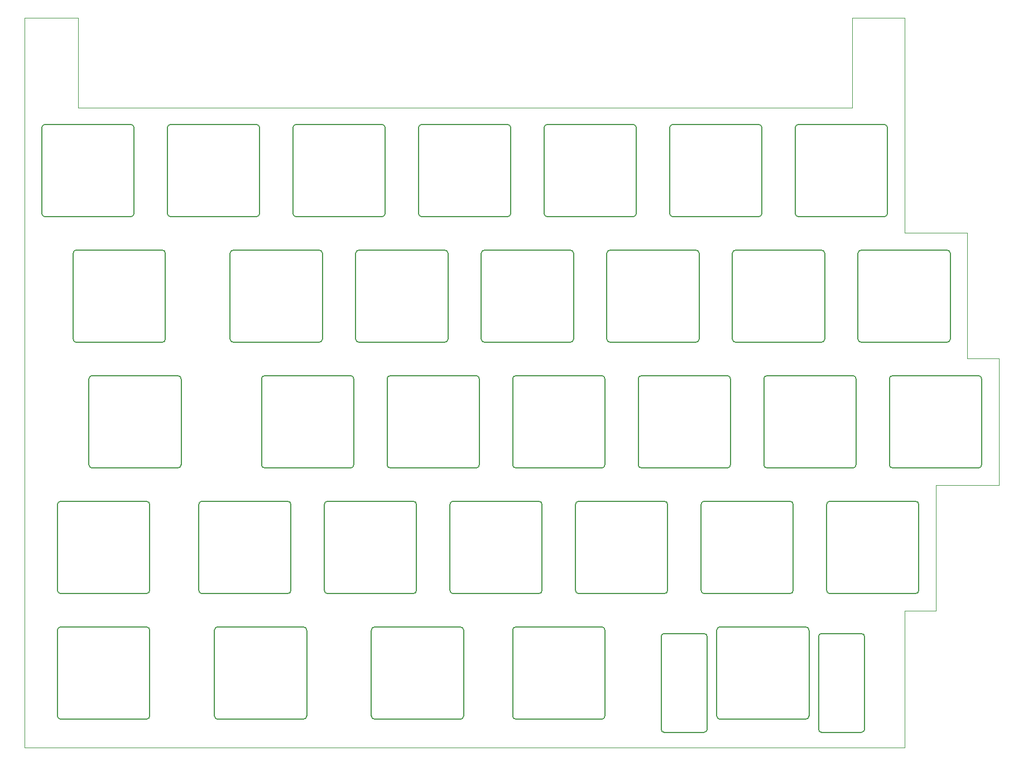
<source format=gbr>
G04 #@! TF.GenerationSoftware,KiCad,Pcbnew,5.1.10*
G04 #@! TF.CreationDate,2021-08-28T11:38:50+02:00*
G04 #@! TF.ProjectId,plate,706c6174-652e-46b6-9963-61645f706362,rev?*
G04 #@! TF.SameCoordinates,Original*
G04 #@! TF.FileFunction,Profile,NP*
%FSLAX46Y46*%
G04 Gerber Fmt 4.6, Leading zero omitted, Abs format (unit mm)*
G04 Created by KiCad (PCBNEW 5.1.10) date 2021-08-28 11:38:50*
%MOMM*%
%LPD*%
G01*
G04 APERTURE LIST*
G04 #@! TA.AperFunction,Profile*
%ADD10C,0.050000*%
G04 #@! TD*
G04 #@! TA.AperFunction,Profile*
%ADD11C,0.200000*%
G04 #@! TD*
G04 APERTURE END LIST*
D10*
X69754800Y-44547000D02*
X77882800Y-44547000D01*
X203257200Y-44547000D02*
X195357800Y-44547000D01*
X195357800Y-58136000D02*
X195357800Y-44547000D01*
X77882800Y-58136000D02*
X195357800Y-58136000D01*
X77882800Y-44547000D02*
X77882800Y-58136000D01*
D11*
X187166300Y-74671299D02*
X200166299Y-74671299D01*
X110966300Y-74671299D02*
G75*
G02*
X110466300Y-74171299I0J500000D01*
G01*
X86366299Y-61171300D02*
X86366299Y-74171299D01*
X134278800Y-118321300D02*
X134278800Y-131321300D01*
X110466300Y-61171300D02*
X110466300Y-74171299D01*
X143516300Y-74171299D02*
G75*
G02*
X143016300Y-74671299I-500000J0D01*
G01*
X171591300Y-79721300D02*
G75*
G02*
X172091300Y-80221300I0J-500000D01*
G01*
X148278800Y-131321300D02*
G75*
G02*
X147778800Y-131821300I-500000J0D01*
G01*
X88247550Y-136871300D02*
G75*
G02*
X88747550Y-137371300I0J-500000D01*
G01*
X197198050Y-152371300D02*
G75*
G02*
X196698050Y-152871300I-500000J0D01*
G01*
X190698050Y-152871300D02*
G75*
G02*
X190198050Y-152371300I0J500000D01*
G01*
X88747550Y-131321300D02*
G75*
G02*
X88247550Y-131821300I-500000J0D01*
G01*
X175260050Y-150871300D02*
X188260050Y-150871300D01*
X175260050Y-136871300D02*
X188260050Y-136871300D01*
X129228800Y-118321300D02*
X129228800Y-131321300D01*
X158091300Y-80221300D02*
X158091300Y-93221300D01*
X139041300Y-80221300D02*
G75*
G02*
X139541300Y-79721300I500000J0D01*
G01*
X72366300Y-61171300D02*
X72366300Y-74171299D01*
X100941300Y-80221300D02*
G75*
G02*
X101441300Y-79721300I500000J0D01*
G01*
X77628800Y-79721300D02*
X90628800Y-79721300D01*
X173322050Y-138371300D02*
X173322050Y-152371300D01*
X166322050Y-138371300D02*
X166322050Y-152371300D01*
X162566300Y-61171300D02*
X162566300Y-74171299D01*
X205428800Y-131321300D02*
G75*
G02*
X204928800Y-131821300I-500000J0D01*
G01*
X163353800Y-98771300D02*
X176353800Y-98771300D01*
X119203800Y-98771300D02*
G75*
G02*
X119703800Y-99271300I0J-500000D01*
G01*
X138753800Y-112271300D02*
G75*
G02*
X138253800Y-112771300I-500000J0D01*
G01*
X191141300Y-93221300D02*
G75*
G02*
X190641300Y-93721300I-500000J0D01*
G01*
X152541300Y-79721300D02*
G75*
G02*
X153041300Y-80221300I0J-500000D01*
G01*
X75247550Y-136871300D02*
X88247550Y-136871300D01*
X91128800Y-93221300D02*
G75*
G02*
X90628800Y-93721300I-500000J0D01*
G01*
X182403800Y-112771300D02*
G75*
G02*
X181903800Y-112271300I0J500000D01*
G01*
X172378800Y-118321300D02*
G75*
G02*
X172878800Y-117821300I500000J0D01*
G01*
X135872550Y-136871300D02*
G75*
G02*
X136372550Y-137371300I0J-500000D01*
G01*
X122372550Y-137371300D02*
G75*
G02*
X122872550Y-136871300I500000J0D01*
G01*
X114441300Y-79721300D02*
G75*
G02*
X114941300Y-80221300I0J-500000D01*
G01*
X144303800Y-150871300D02*
X157303800Y-150871300D01*
X144303800Y-136871300D02*
X157303800Y-136871300D01*
X172822050Y-137871300D02*
G75*
G02*
X173322050Y-138371300I0J-500000D01*
G01*
X166322050Y-138371300D02*
G75*
G02*
X166822050Y-137871300I500000J0D01*
G01*
X167616300Y-61171300D02*
X167616300Y-74171299D01*
X139541300Y-79721300D02*
X152541300Y-79721300D01*
X77128800Y-80221300D02*
X77128800Y-93221300D01*
X88747550Y-150371300D02*
G75*
G02*
X88247550Y-150871300I-500000J0D01*
G01*
X74747550Y-118321300D02*
G75*
G02*
X75247550Y-117821300I500000J0D01*
G01*
X157803800Y-137371300D02*
X157803800Y-150371300D01*
X143803800Y-137371300D02*
X143803800Y-150371300D01*
X106203800Y-98771300D02*
X119203800Y-98771300D01*
X157803800Y-150371300D02*
G75*
G02*
X157303800Y-150871300I-500000J0D01*
G01*
X144303800Y-150871300D02*
G75*
G02*
X143803800Y-150371300I0J500000D01*
G01*
X110966300Y-74671299D02*
X123966300Y-74671299D01*
X186666300Y-61171300D02*
X186666300Y-74171299D01*
X172878800Y-117821300D02*
X185878800Y-117821300D01*
X173322050Y-152371300D02*
G75*
G02*
X172822050Y-152871300I-500000J0D01*
G01*
X166822050Y-152871300D02*
G75*
G02*
X166322050Y-152371300I0J500000D01*
G01*
X200953800Y-99271300D02*
G75*
G02*
X201453800Y-98771300I500000J0D01*
G01*
X172091300Y-80221300D02*
X172091300Y-93221300D01*
X101441300Y-93721300D02*
X114441300Y-93721300D01*
X172378800Y-118321300D02*
X172378800Y-131321300D01*
X158591300Y-79721300D02*
X171591300Y-79721300D01*
X188260050Y-136871300D02*
G75*
G02*
X188760050Y-137371300I0J-500000D01*
G01*
X174760050Y-137371300D02*
G75*
G02*
X175260050Y-136871300I500000J0D01*
G01*
X91916300Y-74671299D02*
G75*
G02*
X91416300Y-74171299I0J500000D01*
G01*
X134778800Y-131821300D02*
X147778800Y-131821300D01*
X74747550Y-118321300D02*
X74747550Y-131321300D01*
X75247550Y-117821300D02*
X88247550Y-117821300D01*
X133491300Y-79721300D02*
G75*
G02*
X133991300Y-80221300I0J-500000D01*
G01*
X147778800Y-117821300D02*
G75*
G02*
X148278800Y-118321300I0J-500000D01*
G01*
X177641300Y-93721300D02*
G75*
G02*
X177141300Y-93221300I0J500000D01*
G01*
X134778800Y-117821300D02*
X147778800Y-117821300D01*
X188760050Y-137371300D02*
X188760050Y-150371300D01*
X174760050Y-137371300D02*
X174760050Y-150371300D01*
X172878800Y-131821300D02*
G75*
G02*
X172378800Y-131321300I0J500000D01*
G01*
X177141300Y-80221300D02*
G75*
G02*
X177641300Y-79721300I500000J0D01*
G01*
X120491300Y-93721300D02*
X133491300Y-93721300D01*
X200666299Y-74171299D02*
G75*
G02*
X200166299Y-74671299I-500000J0D01*
G01*
X158591300Y-93721300D02*
X171591300Y-93721300D01*
X93510050Y-112271300D02*
G75*
G02*
X93010050Y-112771300I-500000J0D01*
G01*
X90628800Y-79721300D02*
G75*
G02*
X91128800Y-80221300I0J-500000D01*
G01*
X144303800Y-112771300D02*
X157303800Y-112771300D01*
X153828800Y-117821300D02*
X166828800Y-117821300D01*
X148566300Y-61171300D02*
X148566300Y-74171299D01*
X88747550Y-118321300D02*
X88747550Y-131321300D01*
X149066300Y-74671299D02*
X162066300Y-74671299D01*
X214953800Y-112271300D02*
G75*
G02*
X214453800Y-112771300I-500000J0D01*
G01*
X124753800Y-99271300D02*
G75*
G02*
X125253800Y-98771300I500000J0D01*
G01*
X77128800Y-80221300D02*
G75*
G02*
X77628800Y-79721300I500000J0D01*
G01*
X98560050Y-137371300D02*
G75*
G02*
X99060050Y-136871300I500000J0D01*
G01*
X125253800Y-112771300D02*
G75*
G02*
X124753800Y-112271300I0J500000D01*
G01*
X86366299Y-74171299D02*
G75*
G02*
X85866299Y-74671299I-500000J0D01*
G01*
X80010050Y-112771300D02*
G75*
G02*
X79510050Y-112271300I0J500000D01*
G01*
X85866299Y-60671300D02*
G75*
G02*
X86366299Y-61171300I0J-500000D01*
G01*
X98560050Y-137371300D02*
X98560050Y-150371300D01*
X168116300Y-74671299D02*
X181116300Y-74671299D01*
X204928800Y-117821300D02*
G75*
G02*
X205428800Y-118321300I0J-500000D01*
G01*
X120491300Y-79721300D02*
X133491300Y-79721300D01*
X138253800Y-98771300D02*
G75*
G02*
X138753800Y-99271300I0J-500000D01*
G01*
X130016300Y-74671299D02*
G75*
G02*
X129516300Y-74171299I0J500000D01*
G01*
X75247550Y-150871300D02*
X88247550Y-150871300D01*
X105703800Y-99271300D02*
G75*
G02*
X106203800Y-98771300I500000J0D01*
G01*
X181903800Y-99271300D02*
X181903800Y-112271300D01*
X96178800Y-118321300D02*
G75*
G02*
X96678800Y-117821300I500000J0D01*
G01*
X191928800Y-117821300D02*
X204928800Y-117821300D01*
X79510050Y-99271300D02*
G75*
G02*
X80010050Y-98771300I500000J0D01*
G01*
X109678800Y-117821300D02*
G75*
G02*
X110178800Y-118321300I0J-500000D01*
G01*
X123966300Y-60671300D02*
G75*
G02*
X124466300Y-61171300I0J-500000D01*
G01*
X181903800Y-99271300D02*
G75*
G02*
X182403800Y-98771300I500000J0D01*
G01*
X124753800Y-99271300D02*
X124753800Y-112271300D01*
X143016300Y-60671300D02*
G75*
G02*
X143516300Y-61171300I0J-500000D01*
G01*
X110466300Y-61171300D02*
G75*
G02*
X110966300Y-60671300I500000J0D01*
G01*
X124466300Y-61171300D02*
X124466300Y-74171299D01*
X96678800Y-131821300D02*
G75*
G02*
X96178800Y-131321300I0J500000D01*
G01*
X148566300Y-61171300D02*
G75*
G02*
X149066300Y-60671300I500000J0D01*
G01*
X119703800Y-99271300D02*
X119703800Y-112271300D01*
X99060050Y-150871300D02*
X112060050Y-150871300D01*
X153828800Y-131821300D02*
G75*
G02*
X153328800Y-131321300I0J500000D01*
G01*
X187166300Y-74671299D02*
G75*
G02*
X186666300Y-74171299I0J500000D01*
G01*
X168116300Y-60671300D02*
X181116300Y-60671300D01*
X99060050Y-150871300D02*
G75*
G02*
X98560050Y-150371300I0J500000D01*
G01*
X162566300Y-74171299D02*
G75*
G02*
X162066300Y-74671299I-500000J0D01*
G01*
X130016300Y-74671299D02*
X143016300Y-74671299D01*
X72866300Y-74671299D02*
G75*
G02*
X72366300Y-74171299I0J500000D01*
G01*
X133991300Y-80221300D02*
X133991300Y-93221300D01*
X201453800Y-98771300D02*
X214453800Y-98771300D01*
X91416300Y-61171300D02*
X91416300Y-74171299D01*
X96678800Y-117821300D02*
X109678800Y-117821300D01*
X105703800Y-99271300D02*
X105703800Y-112271300D01*
X200953800Y-99271300D02*
X200953800Y-112271300D01*
X124466300Y-74171299D02*
G75*
G02*
X123966300Y-74671299I-500000J0D01*
G01*
X133991300Y-93221300D02*
G75*
G02*
X133491300Y-93721300I-500000J0D01*
G01*
X99060050Y-136871300D02*
X112060050Y-136871300D01*
X105416300Y-74171299D02*
G75*
G02*
X104916300Y-74671299I-500000J0D01*
G01*
X139541300Y-93721300D02*
X152541300Y-93721300D01*
X181616300Y-74171299D02*
G75*
G02*
X181116300Y-74671299I-500000J0D01*
G01*
X209691300Y-79721300D02*
G75*
G02*
X210191300Y-80221300I0J-500000D01*
G01*
X191428800Y-118321300D02*
X191428800Y-131321300D01*
X163353800Y-112771300D02*
G75*
G02*
X162853800Y-112271300I0J500000D01*
G01*
X153328800Y-118321300D02*
X153328800Y-131321300D01*
X191428800Y-118321300D02*
G75*
G02*
X191928800Y-117821300I500000J0D01*
G01*
X106203800Y-112771300D02*
G75*
G02*
X105703800Y-112271300I0J500000D01*
G01*
X115228800Y-118321300D02*
X115228800Y-131321300D01*
X96178800Y-118321300D02*
X96178800Y-131321300D01*
X149066300Y-74671299D02*
G75*
G02*
X148566300Y-74171299I0J500000D01*
G01*
X200166299Y-60671300D02*
G75*
G02*
X200666299Y-61171300I0J-500000D01*
G01*
X101441300Y-79721300D02*
X114441300Y-79721300D01*
X139041300Y-80221300D02*
X139041300Y-93221300D01*
X100941300Y-80221300D02*
X100941300Y-93221300D01*
X110178800Y-118321300D02*
X110178800Y-131321300D01*
X74747550Y-137371300D02*
X74747550Y-150371300D01*
X157303800Y-136871300D02*
G75*
G02*
X157803800Y-137371300I0J-500000D01*
G01*
X143803800Y-137371300D02*
G75*
G02*
X144303800Y-136871300I500000J0D01*
G01*
X148278800Y-118321300D02*
X148278800Y-131321300D01*
X205428800Y-118321300D02*
X205428800Y-131321300D01*
X112060050Y-136871300D02*
G75*
G02*
X112560050Y-137371300I0J-500000D01*
G01*
X112560050Y-137371300D02*
X112560050Y-150371300D01*
X134778800Y-131821300D02*
G75*
G02*
X134278800Y-131321300I0J500000D01*
G01*
X149066300Y-60671300D02*
X162066300Y-60671300D01*
X167328800Y-131321300D02*
G75*
G02*
X166828800Y-131821300I-500000J0D01*
G01*
X166822050Y-152871300D02*
X172822050Y-152871300D01*
X166822050Y-137871300D02*
X172822050Y-137871300D01*
X187166300Y-60671300D02*
X200166299Y-60671300D01*
X74747550Y-137371300D02*
G75*
G02*
X75247550Y-136871300I500000J0D01*
G01*
X191928800Y-131821300D02*
G75*
G02*
X191428800Y-131321300I0J500000D01*
G01*
X185878800Y-117821300D02*
G75*
G02*
X186378800Y-118321300I0J-500000D01*
G01*
X214953800Y-99271300D02*
X214953800Y-112271300D01*
X105416300Y-61171300D02*
X105416300Y-74171299D01*
X88747550Y-137371300D02*
X88747550Y-150371300D01*
X177141300Y-80221300D02*
X177141300Y-93221300D01*
X80010050Y-98771300D02*
X93010050Y-98771300D01*
X166828800Y-117821300D02*
G75*
G02*
X167328800Y-118321300I0J-500000D01*
G01*
X158091300Y-80221300D02*
G75*
G02*
X158591300Y-79721300I500000J0D01*
G01*
X153828800Y-131821300D02*
X166828800Y-131821300D01*
X172878800Y-131821300D02*
X185878800Y-131821300D01*
X115728800Y-117821300D02*
X128728800Y-117821300D01*
X136372550Y-137371300D02*
X136372550Y-150371300D01*
X122372550Y-137371300D02*
X122372550Y-150371300D01*
X182403800Y-98771300D02*
X195403800Y-98771300D01*
X110178800Y-131321300D02*
G75*
G02*
X109678800Y-131821300I-500000J0D01*
G01*
X196691300Y-93721300D02*
G75*
G02*
X196191300Y-93221300I0J500000D01*
G01*
X197198050Y-138371300D02*
X197198050Y-152371300D01*
X190198050Y-138371300D02*
X190198050Y-152371300D01*
X196698050Y-137871300D02*
G75*
G02*
X197198050Y-138371300I0J-500000D01*
G01*
X190198050Y-138371300D02*
G75*
G02*
X190698050Y-137871300I500000J0D01*
G01*
X188760050Y-150371300D02*
G75*
G02*
X188260050Y-150871300I-500000J0D01*
G01*
X175260050Y-150871300D02*
G75*
G02*
X174760050Y-150371300I0J500000D01*
G01*
X167328800Y-118321300D02*
X167328800Y-131321300D01*
X136372550Y-150371300D02*
G75*
G02*
X135872550Y-150871300I-500000J0D01*
G01*
X122872550Y-150871300D02*
G75*
G02*
X122372550Y-150371300I0J500000D01*
G01*
X77628800Y-93721300D02*
X90628800Y-93721300D01*
X163353800Y-112771300D02*
X176353800Y-112771300D01*
X115228800Y-118321300D02*
G75*
G02*
X115728800Y-117821300I500000J0D01*
G01*
X181116300Y-60671300D02*
G75*
G02*
X181616300Y-61171300I0J-500000D01*
G01*
X114941300Y-93221300D02*
G75*
G02*
X114441300Y-93721300I-500000J0D01*
G01*
X196191300Y-80221300D02*
G75*
G02*
X196691300Y-79721300I500000J0D01*
G01*
X158591300Y-93721300D02*
G75*
G02*
X158091300Y-93221300I0J500000D01*
G01*
X153041300Y-80221300D02*
X153041300Y-93221300D01*
X129516300Y-61171300D02*
G75*
G02*
X130016300Y-60671300I500000J0D01*
G01*
X138753800Y-99271300D02*
X138753800Y-112271300D01*
X186666300Y-61171300D02*
G75*
G02*
X187166300Y-60671300I500000J0D01*
G01*
X91128800Y-80221300D02*
X91128800Y-93221300D01*
X162853800Y-99271300D02*
X162853800Y-112271300D01*
X190641300Y-79721300D02*
G75*
G02*
X191141300Y-80221300I0J-500000D01*
G01*
X195903800Y-99271300D02*
X195903800Y-112271300D01*
X157803800Y-99271300D02*
X157803800Y-112271300D01*
X93510050Y-99271300D02*
X93510050Y-112271300D01*
X195903800Y-112271300D02*
G75*
G02*
X195403800Y-112771300I-500000J0D01*
G01*
X177641300Y-79721300D02*
X190641300Y-79721300D01*
X143803800Y-99271300D02*
X143803800Y-112271300D01*
X168116300Y-74671299D02*
G75*
G02*
X167616300Y-74171299I0J500000D01*
G01*
X195403800Y-98771300D02*
G75*
G02*
X195903800Y-99271300I0J-500000D01*
G01*
X176353800Y-98771300D02*
G75*
G02*
X176853800Y-99271300I0J-500000D01*
G01*
X176853800Y-112271300D02*
G75*
G02*
X176353800Y-112771300I-500000J0D01*
G01*
X122872550Y-150871300D02*
X135872550Y-150871300D01*
X122872550Y-136871300D02*
X135872550Y-136871300D01*
X210191300Y-80221300D02*
X210191300Y-93221300D01*
X177641300Y-93721300D02*
X190641300Y-93721300D01*
X144303800Y-98771300D02*
X157303800Y-98771300D01*
X157803800Y-112271300D02*
G75*
G02*
X157303800Y-112771300I-500000J0D01*
G01*
X157303800Y-98771300D02*
G75*
G02*
X157803800Y-99271300I0J-500000D01*
G01*
X172091300Y-93221300D02*
G75*
G02*
X171591300Y-93721300I-500000J0D01*
G01*
X128728800Y-117821300D02*
G75*
G02*
X129228800Y-118321300I0J-500000D01*
G01*
X88247550Y-117821300D02*
G75*
G02*
X88747550Y-118321300I0J-500000D01*
G01*
X182403800Y-112771300D02*
X195403800Y-112771300D01*
X176853800Y-99271300D02*
X176853800Y-112271300D01*
X93010050Y-98771300D02*
G75*
G02*
X93510050Y-99271300I0J-500000D01*
G01*
X196191300Y-80221300D02*
X196191300Y-93221300D01*
X96678800Y-131821300D02*
X109678800Y-131821300D01*
X129516300Y-61171300D02*
X129516300Y-74171299D01*
X91916300Y-74671299D02*
X104916300Y-74671299D01*
X115728800Y-131821300D02*
G75*
G02*
X115228800Y-131321300I0J500000D01*
G01*
X110966300Y-60671300D02*
X123966300Y-60671300D01*
X162853800Y-99271300D02*
G75*
G02*
X163353800Y-98771300I500000J0D01*
G01*
X119991300Y-80221300D02*
G75*
G02*
X120491300Y-79721300I500000J0D01*
G01*
X125253800Y-112771300D02*
X138253800Y-112771300D01*
X106203800Y-112771300D02*
X119203800Y-112771300D01*
X167616300Y-61171300D02*
G75*
G02*
X168116300Y-60671300I500000J0D01*
G01*
X201453800Y-112771300D02*
X214453800Y-112771300D01*
X75247550Y-150871300D02*
G75*
G02*
X74747550Y-150371300I0J500000D01*
G01*
X75247550Y-131821300D02*
G75*
G02*
X74747550Y-131321300I0J500000D01*
G01*
X210191300Y-93221300D02*
G75*
G02*
X209691300Y-93721300I-500000J0D01*
G01*
X196691300Y-93721300D02*
X209691300Y-93721300D01*
X196691300Y-79721300D02*
X209691300Y-79721300D01*
X191141300Y-80221300D02*
X191141300Y-93221300D01*
X139541300Y-93721300D02*
G75*
G02*
X139041300Y-93221300I0J500000D01*
G01*
X114941300Y-80221300D02*
X114941300Y-93221300D01*
X75247550Y-131821300D02*
X88247550Y-131821300D01*
X130016300Y-60671300D02*
X143016300Y-60671300D01*
X134278800Y-118321300D02*
G75*
G02*
X134778800Y-117821300I500000J0D01*
G01*
X153328800Y-118321300D02*
G75*
G02*
X153828800Y-117821300I500000J0D01*
G01*
X79510050Y-99271300D02*
X79510050Y-112271300D01*
X191928800Y-131821300D02*
X204928800Y-131821300D01*
X200666299Y-61171300D02*
X200666299Y-74171299D01*
X186378800Y-131321300D02*
G75*
G02*
X185878800Y-131821300I-500000J0D01*
G01*
X125253800Y-98771300D02*
X138253800Y-98771300D01*
X104916300Y-60671300D02*
G75*
G02*
X105416300Y-61171300I0J-500000D01*
G01*
X129228800Y-131321300D02*
G75*
G02*
X128728800Y-131821300I-500000J0D01*
G01*
X72366300Y-61171300D02*
G75*
G02*
X72866300Y-60671300I500000J0D01*
G01*
X201453800Y-112771300D02*
G75*
G02*
X200953800Y-112271300I0J500000D01*
G01*
X162066300Y-60671300D02*
G75*
G02*
X162566300Y-61171300I0J-500000D01*
G01*
X112560050Y-150371300D02*
G75*
G02*
X112060050Y-150871300I-500000J0D01*
G01*
X143803800Y-99271300D02*
G75*
G02*
X144303800Y-98771300I500000J0D01*
G01*
X77628800Y-93721300D02*
G75*
G02*
X77128800Y-93221300I0J500000D01*
G01*
X186378800Y-118321300D02*
X186378800Y-131321300D01*
X119703800Y-112271300D02*
G75*
G02*
X119203800Y-112771300I-500000J0D01*
G01*
X181616300Y-61171300D02*
X181616300Y-74171299D01*
X190698050Y-152871300D02*
X196698050Y-152871300D01*
X190698050Y-137871300D02*
X196698050Y-137871300D01*
X144303800Y-112771300D02*
G75*
G02*
X143803800Y-112271300I0J500000D01*
G01*
X120491300Y-93721300D02*
G75*
G02*
X119991300Y-93221300I0J500000D01*
G01*
X119991300Y-80221300D02*
X119991300Y-93221300D01*
X115728800Y-131821300D02*
X128728800Y-131821300D01*
X101441300Y-93721300D02*
G75*
G02*
X100941300Y-93221300I0J500000D01*
G01*
X91916300Y-60671300D02*
X104916300Y-60671300D01*
X214453800Y-98771300D02*
G75*
G02*
X214953800Y-99271300I0J-500000D01*
G01*
X80010050Y-112771300D02*
X93010050Y-112771300D01*
X143516300Y-61171300D02*
X143516300Y-74171299D01*
X72866300Y-60671300D02*
X85866299Y-60671300D01*
X153041300Y-93221300D02*
G75*
G02*
X152541300Y-93721300I-500000J0D01*
G01*
X72866300Y-74671299D02*
X85866299Y-74671299D01*
X91416300Y-61171300D02*
G75*
G02*
X91916300Y-60671300I500000J0D01*
G01*
D10*
X203257200Y-58070800D02*
X203257200Y-44547000D01*
X203257200Y-77120800D02*
X203257200Y-58070800D01*
X212782200Y-77120800D02*
X203257200Y-77120800D01*
X212782200Y-96170800D02*
X212782200Y-77120800D01*
X217557400Y-96170800D02*
X212782200Y-96170800D01*
X217557400Y-115373200D02*
X217557400Y-96170800D01*
X208032400Y-115373200D02*
X217557400Y-115373200D01*
X208032400Y-134423200D02*
X208032400Y-115373200D01*
X203257200Y-134423200D02*
X208032400Y-134423200D01*
X203257200Y-155175000D02*
X203257200Y-134423200D01*
X69754800Y-155175000D02*
X203257200Y-155175000D01*
X69754800Y-155175000D02*
X69754800Y-44547000D01*
M02*

</source>
